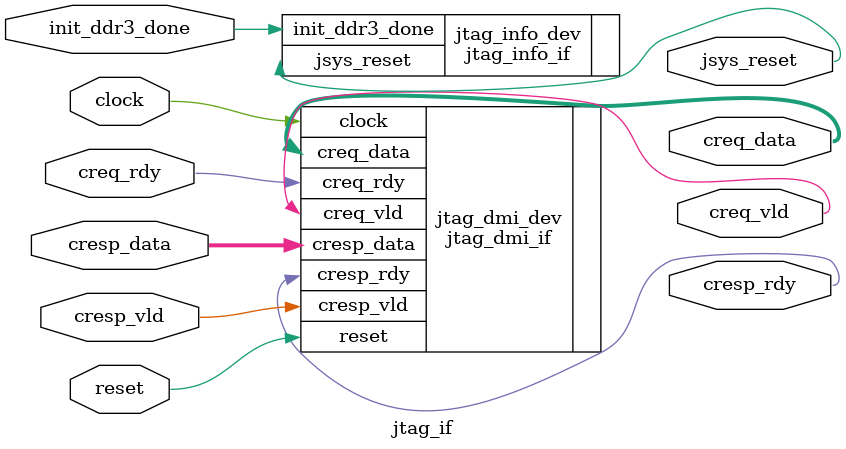
<source format=v>
`timescale 1ns / 1ps

module jtag_if#( //JTAG to system InterFace
    parameter DMI_ADDR_WIDTH = 7,
    parameter DMI_DATA_WIDTH = 32,
    parameter DMI_OP_WIDTH = 2,
    parameter TX_WIDTH = (DMI_ADDR_WIDTH+DMI_DATA_WIDTH+DMI_OP_WIDTH),
    parameter RX_WIDTH = (DMI_DATA_WIDTH+DMI_OP_WIDTH),
    parameter INFO_DATA_WIDTH = 32
)(

    //Core Interface
    output creq_vld,
    output [TX_WIDTH-1:0] creq_data,
    input creq_rdy,
    input cresp_vld,
    input [RX_WIDTH-1:0] cresp_data,
    output cresp_rdy,
    input reset,
    input clock,

    //Info Interface
    //Output List
    output jsys_reset,
    //Input List
    input init_ddr3_done
);

jtag_dmi_if#( //JTAG to system InterFace
    .JTAG_CHAIN(4), //Use USER4
    .DMI_ADDR_WIDTH(DMI_ADDR_WIDTH),
    .DMI_DATA_WIDTH(DMI_DATA_WIDTH),
    .DMI_OP_WIDTH(DMI_OP_WIDTH)
) jtag_dmi_dev (
    //Core Interface
    .creq_vld(creq_vld),
    .creq_data(creq_data),
    .creq_rdy(creq_rdy),
    .cresp_vld(cresp_vld),
    .cresp_data(cresp_data),
    .cresp_rdy(cresp_rdy),

    .reset(reset),
    .clock(clock)
);

jtag_info_if#(
    .JTAG_CHAIN(3),
    .JTAG_DATA_WIDTH(32)
) jtag_info_dev (
    //Output List
    .jsys_reset(jsys_reset),
    //Input List
    .init_ddr3_done(init_ddr3_done)
);

endmodule

</source>
